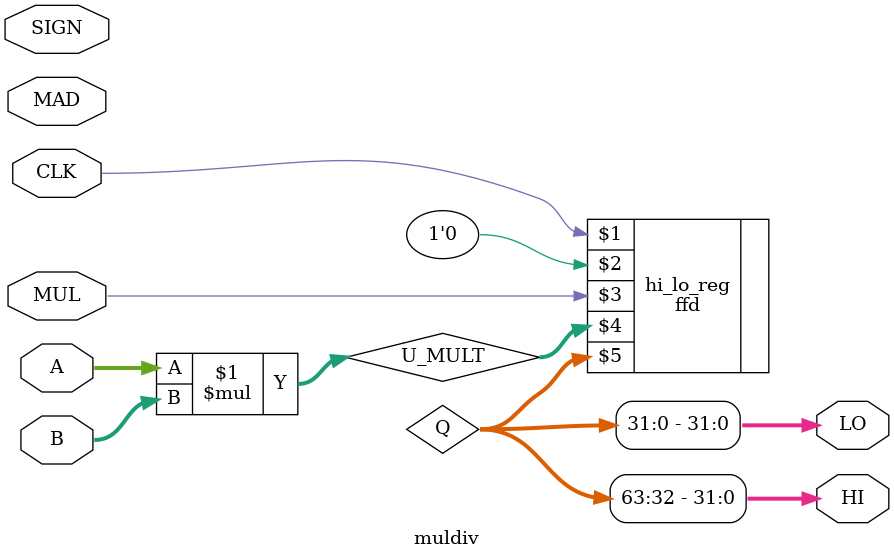
<source format=sv>
module muldiv  ( input         CLK,
                 input         MUL,
                 input         MAD,
                 input         SIGN,
                 input  [31:0] A,
                 input  [31:0] B,
                 output [31:0] HI,
                 output [31:0] LO );

logic [63:0] Q;
logic unsigned [63:0] U_MULT;

assign U_MULT = A*B;

ffd #( 64) hi_lo_reg(CLK, 1'b0, MUL, U_MULT, Q);

assign HI = Q[63:32];
assign LO = Q[31:0];

endmodule

</source>
